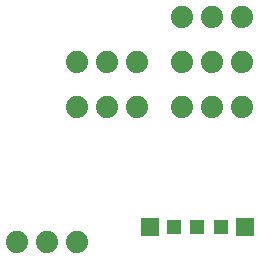
<source format=gbr>
G04 EAGLE Gerber RS-274X export*
G75*
%MOMM*%
%FSLAX34Y34*%
%LPD*%
%INBottom Copper*%
%IPPOS*%
%AMOC8*
5,1,8,0,0,1.08239X$1,22.5*%
G01*
%ADD10C,1.879600*%
%ADD11R,1.508000X1.508000*%
%ADD12R,1.308000X1.308000*%


D10*
X254000Y355600D03*
X279400Y355600D03*
X304800Y355600D03*
X393700Y469900D03*
X419100Y469900D03*
X444500Y469900D03*
X304800Y469900D03*
X330200Y469900D03*
X355600Y469900D03*
X393700Y508000D03*
X419100Y508000D03*
X444500Y508000D03*
X304800Y508000D03*
X330200Y508000D03*
X355600Y508000D03*
X393700Y546100D03*
X419100Y546100D03*
X444500Y546100D03*
D11*
X366400Y368300D03*
X446400Y368300D03*
D12*
X386400Y368300D03*
X406400Y368300D03*
X426400Y368300D03*
M02*

</source>
